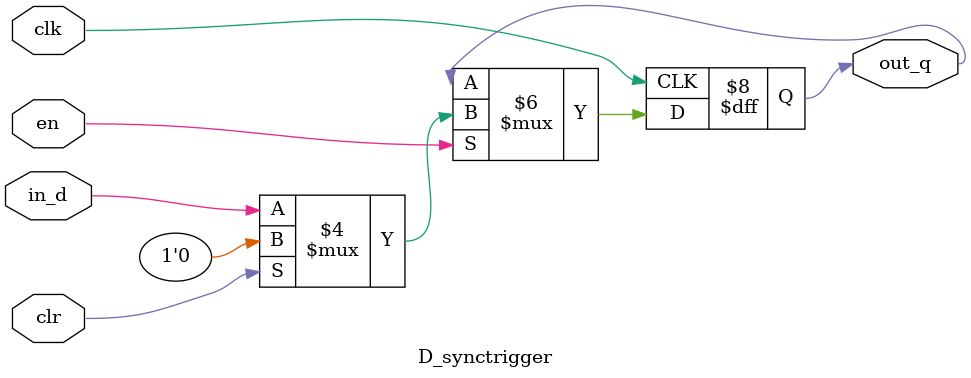
<source format=v>
module D_synctrigger(clk,in_d,en,clr,out_q);
	input clk;
	input in_d;
	input en;
	input clr;
	output reg out_q;
	
	always @(posedge clk )
	begin
		if(en)
		begin
			if(clr)
				out_q<=0;
			else
				out_q<=in_d;
		end
		else
			out_q<=out_q;
	end
endmodule
</source>
